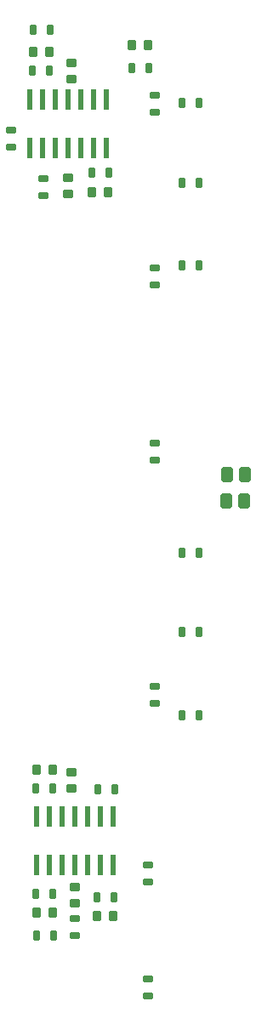
<source format=gbr>
G04 DipTrace 4.0.0.5*
G04 BottomPaste.gbr*
%MOIN*%
G04 #@! TF.FileFunction,Paste,Bot*
G04 #@! TF.Part,Single*
%AMOUTLINE2*
4,1,28,
0.013847,-0.028937,
-0.013847,-0.028937,
-0.01601,-0.028652,
-0.017905,-0.027867,
-0.019532,-0.026619,
-0.020781,-0.024991,
-0.021566,-0.023097,
-0.02185,-0.020934,
-0.02185,0.020934,
-0.021566,0.023097,
-0.020781,0.024991,
-0.019532,0.026619,
-0.017905,0.027867,
-0.01601,0.028652,
-0.013847,0.028937,
0.013847,0.028937,
0.01601,0.028652,
0.017905,0.027867,
0.019532,0.026619,
0.020781,0.024991,
0.021566,0.023097,
0.02185,0.020934,
0.02185,-0.020934,
0.021566,-0.023097,
0.020781,-0.024991,
0.019532,-0.026619,
0.017905,-0.027867,
0.01601,-0.028652,
0.013847,-0.028937,
0*%
%AMOUTLINE5*
4,1,28,
-0.013847,0.028937,
0.013847,0.028937,
0.01601,0.028652,
0.017905,0.027867,
0.019532,0.026619,
0.020781,0.024991,
0.021566,0.023097,
0.02185,0.020934,
0.02185,-0.020934,
0.021566,-0.023097,
0.020781,-0.024991,
0.019532,-0.026619,
0.017905,-0.027867,
0.01601,-0.028652,
0.013847,-0.028937,
-0.013847,-0.028937,
-0.01601,-0.028652,
-0.017905,-0.027867,
-0.019532,-0.026619,
-0.020781,-0.024991,
-0.021566,-0.023097,
-0.02185,-0.020934,
-0.02185,0.020934,
-0.021566,0.023097,
-0.020781,0.024991,
-0.019532,0.026619,
-0.017905,0.027867,
-0.01601,0.028652,
-0.013847,0.028937,
0*%
%AMOUTLINE8*
4,1,28,
-0.009517,0.019094,
0.009517,0.019094,
0.011577,0.018823,
0.013377,0.018078,
0.014923,0.016892,
0.016109,0.015346,
0.016855,0.013546,
0.017126,0.011485,
0.017126,-0.011485,
0.016855,-0.013546,
0.016109,-0.015346,
0.014923,-0.016892,
0.013377,-0.018078,
0.011577,-0.018823,
0.009517,-0.019094,
-0.009517,-0.019094,
-0.011577,-0.018823,
-0.013377,-0.018078,
-0.014923,-0.016892,
-0.016109,-0.015346,
-0.016855,-0.013546,
-0.017126,-0.011485,
-0.017126,0.011485,
-0.016855,0.013546,
-0.016109,0.015346,
-0.014923,0.016892,
-0.013377,0.018078,
-0.011577,0.018823,
-0.009517,0.019094,
0*%
%AMOUTLINE11*
4,1,28,
0.009517,-0.019094,
-0.009517,-0.019094,
-0.011577,-0.018823,
-0.013377,-0.018078,
-0.014923,-0.016892,
-0.016109,-0.015346,
-0.016855,-0.013546,
-0.017126,-0.011485,
-0.017126,0.011485,
-0.016855,0.013546,
-0.016109,0.015346,
-0.014923,0.016892,
-0.013377,0.018078,
-0.011577,0.018823,
-0.009517,0.019094,
0.009517,0.019094,
0.011577,0.018823,
0.013377,0.018078,
0.014923,0.016892,
0.016109,0.015346,
0.016855,0.013546,
0.017126,0.011485,
0.017126,-0.011485,
0.016855,-0.013546,
0.016109,-0.015346,
0.014923,-0.016892,
0.013377,-0.018078,
0.011577,-0.018823,
0.009517,-0.019094,
0*%
%AMOUTLINE14*
4,1,28,
0.019094,0.009517,
0.019094,-0.009517,
0.018823,-0.011577,
0.018078,-0.013377,
0.016892,-0.014923,
0.015346,-0.016109,
0.013546,-0.016855,
0.011485,-0.017126,
-0.011485,-0.017126,
-0.013546,-0.016855,
-0.015346,-0.016109,
-0.016892,-0.014923,
-0.018078,-0.013377,
-0.018823,-0.011577,
-0.019094,-0.009517,
-0.019094,0.009517,
-0.018823,0.011577,
-0.018078,0.013377,
-0.016892,0.014923,
-0.015346,0.016109,
-0.013546,0.016855,
-0.011485,0.017126,
0.011485,0.017126,
0.013546,0.016855,
0.015346,0.016109,
0.016892,0.014923,
0.018078,0.013377,
0.018823,0.011577,
0.019094,0.009517,
0*%
%AMOUTLINE17*
4,1,28,
-0.019094,-0.009517,
-0.019094,0.009517,
-0.018823,0.011577,
-0.018078,0.013377,
-0.016892,0.014923,
-0.015346,0.016109,
-0.013546,0.016855,
-0.011485,0.017126,
0.011485,0.017126,
0.013546,0.016855,
0.015346,0.016109,
0.016892,0.014923,
0.018078,0.013377,
0.018823,0.011577,
0.019094,0.009517,
0.019094,-0.009517,
0.018823,-0.011577,
0.018078,-0.013377,
0.016892,-0.014923,
0.015346,-0.016109,
0.013546,-0.016855,
0.011485,-0.017126,
-0.011485,-0.017126,
-0.013546,-0.016855,
-0.015346,-0.016109,
-0.016892,-0.014923,
-0.018078,-0.013377,
-0.018823,-0.011577,
-0.019094,-0.009517,
0*%
%AMOUTLINE20*
4,1,28,
0.008336,-0.019094,
-0.008336,-0.019094,
-0.010091,-0.018863,
-0.011606,-0.018236,
-0.012907,-0.017237,
-0.013905,-0.015936,
-0.014533,-0.014421,
-0.014764,-0.012666,
-0.014764,0.012666,
-0.014533,0.014421,
-0.013905,0.015936,
-0.012907,0.017237,
-0.011606,0.018236,
-0.010091,0.018863,
-0.008336,0.019094,
0.008336,0.019094,
0.010091,0.018863,
0.011606,0.018236,
0.012907,0.017237,
0.013905,0.015936,
0.014533,0.014421,
0.014764,0.012666,
0.014764,-0.012666,
0.014533,-0.014421,
0.013905,-0.015936,
0.012907,-0.017237,
0.011606,-0.018236,
0.010091,-0.018863,
0.008336,-0.019094,
0*%
%AMOUTLINE23*
4,1,28,
-0.008336,0.019094,
0.008336,0.019094,
0.010091,0.018863,
0.011606,0.018236,
0.012907,0.017237,
0.013905,0.015936,
0.014533,0.014421,
0.014764,0.012666,
0.014764,-0.012666,
0.014533,-0.014421,
0.013905,-0.015936,
0.012907,-0.017237,
0.011606,-0.018236,
0.010091,-0.018863,
0.008336,-0.019094,
-0.008336,-0.019094,
-0.010091,-0.018863,
-0.011606,-0.018236,
-0.012907,-0.017237,
-0.013905,-0.015936,
-0.014533,-0.014421,
-0.014764,-0.012666,
-0.014764,0.012666,
-0.014533,0.014421,
-0.013905,0.015936,
-0.012907,0.017237,
-0.011606,0.018236,
-0.010091,0.018863,
-0.008336,0.019094,
0*%
%AMOUTLINE26*
4,1,28,
0.019094,0.008336,
0.019094,-0.008336,
0.018863,-0.010091,
0.018236,-0.011606,
0.017237,-0.012907,
0.015936,-0.013905,
0.014421,-0.014533,
0.012666,-0.014764,
-0.012666,-0.014764,
-0.014421,-0.014533,
-0.015936,-0.013905,
-0.017237,-0.012907,
-0.018236,-0.011606,
-0.018863,-0.010091,
-0.019094,-0.008336,
-0.019094,0.008336,
-0.018863,0.010091,
-0.018236,0.011606,
-0.017237,0.012907,
-0.015936,0.013905,
-0.014421,0.014533,
-0.012666,0.014764,
0.012666,0.014764,
0.014421,0.014533,
0.015936,0.013905,
0.017237,0.012907,
0.018236,0.011606,
0.018863,0.010091,
0.019094,0.008336,
0*%
%AMOUTLINE29*
4,1,28,
-0.019094,-0.008336,
-0.019094,0.008336,
-0.018863,0.010091,
-0.018236,0.011606,
-0.017237,0.012907,
-0.015936,0.013905,
-0.014421,0.014533,
-0.012666,0.014764,
0.012666,0.014764,
0.014421,0.014533,
0.015936,0.013905,
0.017237,0.012907,
0.018236,0.011606,
0.018863,0.010091,
0.019094,0.008336,
0.019094,-0.008336,
0.018863,-0.010091,
0.018236,-0.011606,
0.017237,-0.012907,
0.015936,-0.013905,
0.014421,-0.014533,
0.012666,-0.014764,
-0.012666,-0.014764,
-0.014421,-0.014533,
-0.015936,-0.013905,
-0.017237,-0.012907,
-0.018236,-0.011606,
-0.018863,-0.010091,
-0.019094,-0.008336,
0*%
%AMOUTLINE32*
4,1,28,
0.005973,-0.039173,
-0.005973,-0.039173,
-0.007219,-0.039009,
-0.008259,-0.038578,
-0.009153,-0.037893,
-0.009838,-0.036999,
-0.010269,-0.035959,
-0.010433,-0.034714,
-0.010433,0.034714,
-0.010269,0.035959,
-0.009838,0.036999,
-0.009153,0.037893,
-0.008259,0.038578,
-0.007219,0.039009,
-0.005973,0.039173,
0.005973,0.039173,
0.007219,0.039009,
0.008259,0.038578,
0.009153,0.037893,
0.009838,0.036999,
0.010269,0.035959,
0.010433,0.034714,
0.010433,-0.034714,
0.010269,-0.035959,
0.009838,-0.036999,
0.009153,-0.037893,
0.008259,-0.038578,
0.007219,-0.039009,
0.005973,-0.039173,
0*%
%AMOUTLINE35*
4,1,28,
-0.005973,0.039173,
0.005973,0.039173,
0.007219,0.039009,
0.008259,0.038578,
0.009153,0.037893,
0.009838,0.036999,
0.010269,0.035959,
0.010433,0.034714,
0.010433,-0.034714,
0.010269,-0.035959,
0.009838,-0.036999,
0.009153,-0.037893,
0.008259,-0.038578,
0.007219,-0.039009,
0.005973,-0.039173,
-0.005973,-0.039173,
-0.007219,-0.039009,
-0.008259,-0.038578,
-0.009153,-0.037893,
-0.009838,-0.036999,
-0.010269,-0.035959,
-0.010433,-0.034714,
-0.010433,0.034714,
-0.010269,0.035959,
-0.009838,0.036999,
-0.009153,0.037893,
-0.008259,0.038578,
-0.007219,0.039009,
-0.005973,0.039173,
0*%
%ADD48OUTLINE2*%
%ADD51OUTLINE5*%
%ADD54OUTLINE8*%
%ADD57OUTLINE11*%
%ADD60OUTLINE14*%
%ADD63OUTLINE17*%
%ADD66OUTLINE20*%
%ADD69OUTLINE23*%
%ADD72OUTLINE26*%
%ADD75OUTLINE29*%
%ADD78OUTLINE32*%
%ADD81OUTLINE35*%
%FSLAX26Y26*%
G04*
G70*
G90*
G75*
G01*
G04 BotPaste*
%LPD*%
D48*
X1451952Y2662304D3*
D51*
X1522819D3*
D54*
X756249Y4318749D3*
D57*
X693257D3*
X1081249Y4343749D3*
D54*
X1144241D3*
D48*
X1449161Y2559526D3*
D51*
X1520027D3*
D60*
X843749Y4212253D3*
D63*
Y4275245D3*
D60*
X831249Y3762253D3*
D63*
Y3825245D3*
D57*
X922165Y3766762D3*
D54*
X985157D3*
D57*
X943749Y931249D3*
D54*
X1006741D3*
D63*
X856248Y1043749D3*
D60*
X856250Y980757D3*
D63*
X843749Y1493749D3*
D60*
X843751Y1430757D3*
D54*
X768749Y943749D3*
D57*
X705757D3*
D54*
X768749Y1506249D3*
D57*
X705757D3*
D66*
X693749Y4406249D3*
D69*
X760284D3*
D72*
X606249Y3943749D3*
D75*
Y4010284D3*
D72*
X1168749Y4081249D3*
D75*
Y4147784D3*
D72*
Y3406249D3*
D75*
Y3472784D3*
D69*
X756249Y4243749D3*
D66*
X689714D3*
X1081249Y4256249D3*
D69*
X1147784D3*
X1343749Y4118749D3*
D66*
X1277214D3*
D69*
X1343749Y3806249D3*
D66*
X1277214D3*
D75*
X734759Y3820854D3*
D72*
X734760Y3754319D3*
X856249Y856249D3*
D75*
X856247Y922784D3*
D72*
X1168749Y2718749D3*
D75*
Y2785284D3*
Y1831249D3*
D72*
Y1764714D3*
D66*
X922165Y3844185D3*
D69*
X988700D3*
D66*
X943749Y1006249D3*
D69*
X1010284D3*
X1343749Y3481249D3*
D66*
X1277214D3*
D69*
X1343749Y2356249D3*
D66*
X1277214D3*
D69*
X772784Y856250D3*
D66*
X706249Y856248D3*
D69*
X1014517Y1427018D3*
D66*
X947981Y1427016D3*
D75*
X1143748Y1131249D3*
D72*
X1143750Y1064714D3*
X1143749Y618749D3*
D75*
Y685284D3*
D69*
X768749Y1018749D3*
D66*
X702214D3*
D69*
X768749Y1431249D3*
D66*
X702214D3*
D69*
X1343749Y2043749D3*
D66*
X1277214D3*
D69*
X1343749Y1718749D3*
D66*
X1277214D3*
D78*
X681249Y4131249D3*
X731249D3*
X781249D3*
X831249D3*
X881249D3*
X931249D3*
X981249D3*
D81*
Y3940698D3*
X931249D3*
X881249D3*
X831249D3*
X781249D3*
X731249D3*
X681249D3*
X1006249Y1131249D3*
X956249D3*
X906249D3*
X856249D3*
X806249D3*
X756249D3*
X706249D3*
D78*
Y1321800D3*
X756249D3*
X806249D3*
X856249D3*
X906249D3*
X956249D3*
X1006249D3*
M02*

</source>
